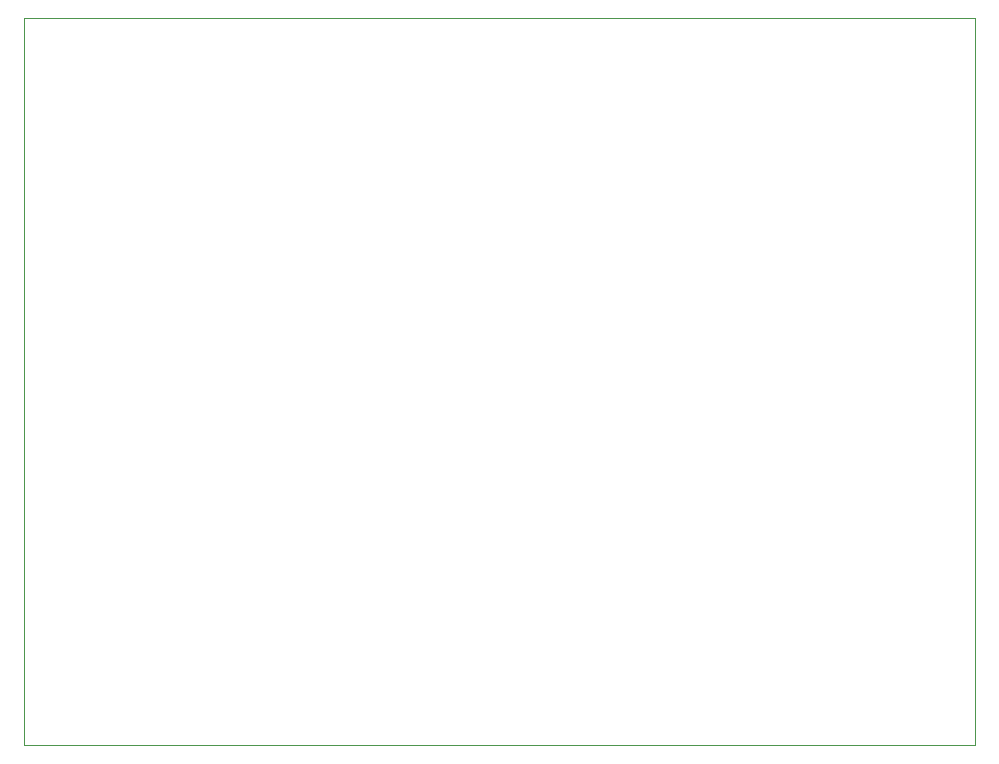
<source format=gbr>
%TF.GenerationSoftware,KiCad,Pcbnew,(6.0.1)*%
%TF.CreationDate,2022-03-24T11:58:16-04:00*%
%TF.ProjectId,FDC,4644432e-6b69-4636-9164-5f7063625858,rev?*%
%TF.SameCoordinates,Original*%
%TF.FileFunction,Profile,NP*%
%FSLAX46Y46*%
G04 Gerber Fmt 4.6, Leading zero omitted, Abs format (unit mm)*
G04 Created by KiCad (PCBNEW (6.0.1)) date 2022-03-24 11:58:16*
%MOMM*%
%LPD*%
G01*
G04 APERTURE LIST*
%TA.AperFunction,Profile*%
%ADD10C,0.050000*%
%TD*%
G04 APERTURE END LIST*
D10*
X112268000Y-119761000D02*
X192786000Y-119761000D01*
X192786000Y-119761000D02*
X192786000Y-58166000D01*
X112268000Y-58166000D02*
X192786000Y-58166000D01*
X112268000Y-58166000D02*
X112268000Y-119761000D01*
M02*

</source>
